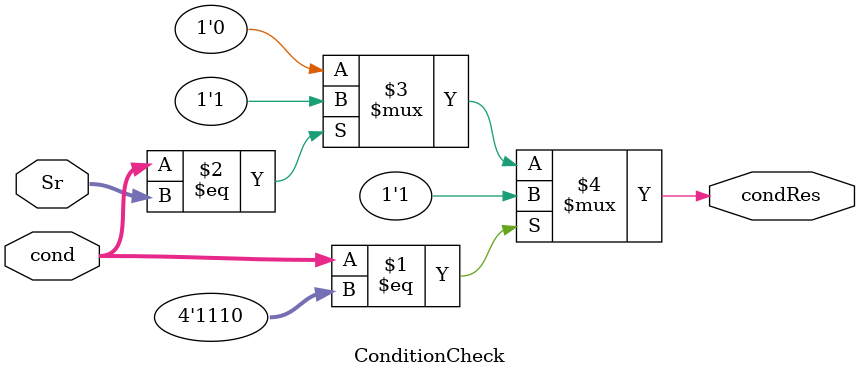
<source format=v>
module ConditionCheck(
  input [3:0] cond, Sr,
  output condRes
);

assign condRes = cond == 4'b1110 ? 1'b1 : cond == Sr ? 1'b1 : 1'b0;

endmodule

</source>
